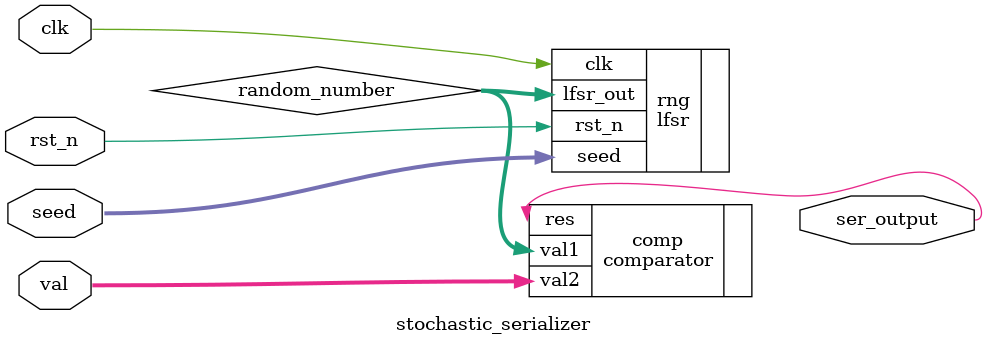
<source format=v>
`timescale 1ns / 1ps

module stochastic_serializer (
  input clk,
  input rst_n,
  input [9:0] val,
  input [9:0] seed,      // seed for LFSR
  output ser_output);

  wire[9:0] random_number;

  lfsr rng (
    .clk(clk),
    .rst_n(rst_n),
    .seed(seed),
    .lfsr_out(random_number)
  );

  comparator comp (
    .val1(random_number),
    .val2(val),
    .res(ser_output)
  );
  
endmodule
</source>
